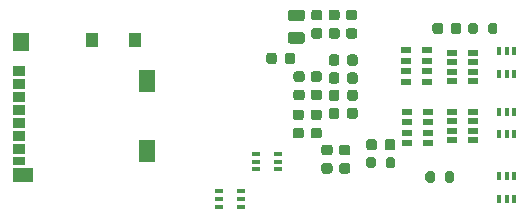
<source format=gbp>
G04 #@! TF.GenerationSoftware,KiCad,Pcbnew,(5.1.9)-1*
G04 #@! TF.CreationDate,2021-04-27T18:11:47+02:00*
G04 #@! TF.ProjectId,ADS1299Wing,41445331-3239-4395-9769-6e672e6b6963,rev?*
G04 #@! TF.SameCoordinates,Original*
G04 #@! TF.FileFunction,Paste,Bot*
G04 #@! TF.FilePolarity,Positive*
%FSLAX46Y46*%
G04 Gerber Fmt 4.6, Leading zero omitted, Abs format (unit mm)*
G04 Created by KiCad (PCBNEW (5.1.9)-1) date 2021-04-27 18:11:47*
%MOMM*%
%LPD*%
G01*
G04 APERTURE LIST*
%ADD10R,1.350000X1.550000*%
%ADD11R,1.000000X1.200000*%
%ADD12R,1.350000X1.900000*%
%ADD13R,1.800000X1.170000*%
%ADD14R,1.100000X0.750000*%
%ADD15R,1.100000X0.850000*%
%ADD16R,0.888000X0.509600*%
%ADD17R,0.400000X0.650000*%
%ADD18R,0.970000X0.530000*%
%ADD19R,0.650000X0.400000*%
G04 APERTURE END LIST*
D10*
X124835000Y-99464000D03*
D11*
X130860000Y-99289000D03*
X134560000Y-99289000D03*
D12*
X135535000Y-102789000D03*
X135535000Y-108759000D03*
D13*
X125060000Y-110784000D03*
D14*
X124710000Y-109574000D03*
D15*
X124710000Y-108524000D03*
X124710000Y-107424000D03*
X124710000Y-106324000D03*
X124710000Y-105224000D03*
X124710000Y-104124000D03*
X124710000Y-103024000D03*
X124710000Y-101924000D03*
G36*
G01*
X162159400Y-98098800D02*
X162159400Y-98598800D01*
G75*
G02*
X161934400Y-98823800I-225000J0D01*
G01*
X161484400Y-98823800D01*
G75*
G02*
X161259400Y-98598800I0J225000D01*
G01*
X161259400Y-98098800D01*
G75*
G02*
X161484400Y-97873800I225000J0D01*
G01*
X161934400Y-97873800D01*
G75*
G02*
X162159400Y-98098800I0J-225000D01*
G01*
G37*
G36*
G01*
X160609400Y-98098800D02*
X160609400Y-98598800D01*
G75*
G02*
X160384400Y-98823800I-225000J0D01*
G01*
X159934400Y-98823800D01*
G75*
G02*
X159709400Y-98598800I0J225000D01*
G01*
X159709400Y-98098800D01*
G75*
G02*
X159934400Y-97873800I225000J0D01*
G01*
X160384400Y-97873800D01*
G75*
G02*
X160609400Y-98098800I0J-225000D01*
G01*
G37*
G36*
G01*
X145637800Y-101138800D02*
X145637800Y-100638800D01*
G75*
G02*
X145862800Y-100413800I225000J0D01*
G01*
X146312800Y-100413800D01*
G75*
G02*
X146537800Y-100638800I0J-225000D01*
G01*
X146537800Y-101138800D01*
G75*
G02*
X146312800Y-101363800I-225000J0D01*
G01*
X145862800Y-101363800D01*
G75*
G02*
X145637800Y-101138800I0J225000D01*
G01*
G37*
G36*
G01*
X147187800Y-101138800D02*
X147187800Y-100638800D01*
G75*
G02*
X147412800Y-100413800I225000J0D01*
G01*
X147862800Y-100413800D01*
G75*
G02*
X148087800Y-100638800I0J-225000D01*
G01*
X148087800Y-101138800D01*
G75*
G02*
X147862800Y-101363800I-225000J0D01*
G01*
X147412800Y-101363800D01*
G75*
G02*
X147187800Y-101138800I0J225000D01*
G01*
G37*
G36*
G01*
X150524400Y-109748200D02*
X151024400Y-109748200D01*
G75*
G02*
X151249400Y-109973200I0J-225000D01*
G01*
X151249400Y-110423200D01*
G75*
G02*
X151024400Y-110648200I-225000J0D01*
G01*
X150524400Y-110648200D01*
G75*
G02*
X150299400Y-110423200I0J225000D01*
G01*
X150299400Y-109973200D01*
G75*
G02*
X150524400Y-109748200I225000J0D01*
G01*
G37*
G36*
G01*
X150524400Y-108198200D02*
X151024400Y-108198200D01*
G75*
G02*
X151249400Y-108423200I0J-225000D01*
G01*
X151249400Y-108873200D01*
G75*
G02*
X151024400Y-109098200I-225000J0D01*
G01*
X150524400Y-109098200D01*
G75*
G02*
X150299400Y-108873200I0J225000D01*
G01*
X150299400Y-108423200D01*
G75*
G02*
X150524400Y-108198200I225000J0D01*
G01*
G37*
G36*
G01*
X163557400Y-98073800D02*
X163557400Y-98623800D01*
G75*
G02*
X163357400Y-98823800I-200000J0D01*
G01*
X162957400Y-98823800D01*
G75*
G02*
X162757400Y-98623800I0J200000D01*
G01*
X162757400Y-98073800D01*
G75*
G02*
X162957400Y-97873800I200000J0D01*
G01*
X163357400Y-97873800D01*
G75*
G02*
X163557400Y-98073800I0J-200000D01*
G01*
G37*
G36*
G01*
X165207400Y-98073800D02*
X165207400Y-98623800D01*
G75*
G02*
X165007400Y-98823800I-200000J0D01*
G01*
X164607400Y-98823800D01*
G75*
G02*
X164407400Y-98623800I0J200000D01*
G01*
X164407400Y-98073800D01*
G75*
G02*
X164607400Y-97873800I200000J0D01*
G01*
X165007400Y-97873800D01*
G75*
G02*
X165207400Y-98073800I0J-200000D01*
G01*
G37*
G36*
G01*
X159912500Y-110659500D02*
X159912500Y-111209500D01*
G75*
G02*
X159712500Y-111409500I-200000J0D01*
G01*
X159312500Y-111409500D01*
G75*
G02*
X159112500Y-111209500I0J200000D01*
G01*
X159112500Y-110659500D01*
G75*
G02*
X159312500Y-110459500I200000J0D01*
G01*
X159712500Y-110459500D01*
G75*
G02*
X159912500Y-110659500I0J-200000D01*
G01*
G37*
G36*
G01*
X161562500Y-110659500D02*
X161562500Y-111209500D01*
G75*
G02*
X161362500Y-111409500I-200000J0D01*
G01*
X160962500Y-111409500D01*
G75*
G02*
X160762500Y-111209500I0J200000D01*
G01*
X160762500Y-110659500D01*
G75*
G02*
X160962500Y-110459500I200000J0D01*
G01*
X161362500Y-110459500D01*
G75*
G02*
X161562500Y-110659500I0J-200000D01*
G01*
G37*
G36*
G01*
X152607200Y-96768200D02*
X153107200Y-96768200D01*
G75*
G02*
X153332200Y-96993200I0J-225000D01*
G01*
X153332200Y-97443200D01*
G75*
G02*
X153107200Y-97668200I-225000J0D01*
G01*
X152607200Y-97668200D01*
G75*
G02*
X152382200Y-97443200I0J225000D01*
G01*
X152382200Y-96993200D01*
G75*
G02*
X152607200Y-96768200I225000J0D01*
G01*
G37*
G36*
G01*
X152607200Y-98318200D02*
X153107200Y-98318200D01*
G75*
G02*
X153332200Y-98543200I0J-225000D01*
G01*
X153332200Y-98993200D01*
G75*
G02*
X153107200Y-99218200I-225000J0D01*
G01*
X152607200Y-99218200D01*
G75*
G02*
X152382200Y-98993200I0J225000D01*
G01*
X152382200Y-98543200D01*
G75*
G02*
X152607200Y-98318200I225000J0D01*
G01*
G37*
G36*
G01*
X150122700Y-106113700D02*
X149622700Y-106113700D01*
G75*
G02*
X149397700Y-105888700I0J225000D01*
G01*
X149397700Y-105438700D01*
G75*
G02*
X149622700Y-105213700I225000J0D01*
G01*
X150122700Y-105213700D01*
G75*
G02*
X150347700Y-105438700I0J-225000D01*
G01*
X150347700Y-105888700D01*
G75*
G02*
X150122700Y-106113700I-225000J0D01*
G01*
G37*
G36*
G01*
X150122700Y-107663700D02*
X149622700Y-107663700D01*
G75*
G02*
X149397700Y-107438700I0J225000D01*
G01*
X149397700Y-106988700D01*
G75*
G02*
X149622700Y-106763700I225000J0D01*
G01*
X150122700Y-106763700D01*
G75*
G02*
X150347700Y-106988700I0J-225000D01*
G01*
X150347700Y-107438700D01*
G75*
G02*
X150122700Y-107663700I-225000J0D01*
G01*
G37*
D16*
X159340199Y-105410000D03*
X159340199Y-106299000D03*
X159340199Y-107188000D03*
X159340199Y-108077000D03*
X157524801Y-108077000D03*
X157524801Y-107188000D03*
X157524801Y-106299000D03*
X157524801Y-105410000D03*
D17*
X165339000Y-107312500D03*
X166639000Y-107312500D03*
X165989000Y-105412500D03*
X165989000Y-107312500D03*
X166639000Y-105412500D03*
X165339000Y-105412500D03*
D16*
X157461301Y-100203000D03*
X157461301Y-101092000D03*
X157461301Y-101981000D03*
X157461301Y-102870000D03*
X159276699Y-102870000D03*
X159276699Y-101981000D03*
X159276699Y-101092000D03*
X159276699Y-100203000D03*
G36*
G01*
X151134000Y-96768200D02*
X151634000Y-96768200D01*
G75*
G02*
X151859000Y-96993200I0J-225000D01*
G01*
X151859000Y-97443200D01*
G75*
G02*
X151634000Y-97668200I-225000J0D01*
G01*
X151134000Y-97668200D01*
G75*
G02*
X150909000Y-97443200I0J225000D01*
G01*
X150909000Y-96993200D01*
G75*
G02*
X151134000Y-96768200I225000J0D01*
G01*
G37*
G36*
G01*
X151134000Y-98318200D02*
X151634000Y-98318200D01*
G75*
G02*
X151859000Y-98543200I0J-225000D01*
G01*
X151859000Y-98993200D01*
G75*
G02*
X151634000Y-99218200I-225000J0D01*
G01*
X151134000Y-99218200D01*
G75*
G02*
X150909000Y-98993200I0J225000D01*
G01*
X150909000Y-98543200D01*
G75*
G02*
X151134000Y-98318200I225000J0D01*
G01*
G37*
G36*
G01*
X152023000Y-109748200D02*
X152523000Y-109748200D01*
G75*
G02*
X152748000Y-109973200I0J-225000D01*
G01*
X152748000Y-110423200D01*
G75*
G02*
X152523000Y-110648200I-225000J0D01*
G01*
X152023000Y-110648200D01*
G75*
G02*
X151798000Y-110423200I0J225000D01*
G01*
X151798000Y-109973200D01*
G75*
G02*
X152023000Y-109748200I225000J0D01*
G01*
G37*
G36*
G01*
X152023000Y-108198200D02*
X152523000Y-108198200D01*
G75*
G02*
X152748000Y-108423200I0J-225000D01*
G01*
X152748000Y-108873200D01*
G75*
G02*
X152523000Y-109098200I-225000J0D01*
G01*
X152023000Y-109098200D01*
G75*
G02*
X151798000Y-108873200I0J225000D01*
G01*
X151798000Y-108423200D01*
G75*
G02*
X152023000Y-108198200I225000J0D01*
G01*
G37*
G36*
G01*
X147708600Y-96746400D02*
X148658600Y-96746400D01*
G75*
G02*
X148908600Y-96996400I0J-250000D01*
G01*
X148908600Y-97496400D01*
G75*
G02*
X148658600Y-97746400I-250000J0D01*
G01*
X147708600Y-97746400D01*
G75*
G02*
X147458600Y-97496400I0J250000D01*
G01*
X147458600Y-96996400D01*
G75*
G02*
X147708600Y-96746400I250000J0D01*
G01*
G37*
G36*
G01*
X147708600Y-98646400D02*
X148658600Y-98646400D01*
G75*
G02*
X148908600Y-98896400I0J-250000D01*
G01*
X148908600Y-99396400D01*
G75*
G02*
X148658600Y-99646400I-250000J0D01*
G01*
X147708600Y-99646400D01*
G75*
G02*
X147458600Y-99396400I0J250000D01*
G01*
X147458600Y-98896400D01*
G75*
G02*
X147708600Y-98646400I250000J0D01*
G01*
G37*
G36*
G01*
X149660800Y-98318200D02*
X150160800Y-98318200D01*
G75*
G02*
X150385800Y-98543200I0J-225000D01*
G01*
X150385800Y-98993200D01*
G75*
G02*
X150160800Y-99218200I-225000J0D01*
G01*
X149660800Y-99218200D01*
G75*
G02*
X149435800Y-98993200I0J225000D01*
G01*
X149435800Y-98543200D01*
G75*
G02*
X149660800Y-98318200I225000J0D01*
G01*
G37*
G36*
G01*
X149660800Y-96768200D02*
X150160800Y-96768200D01*
G75*
G02*
X150385800Y-96993200I0J-225000D01*
G01*
X150385800Y-97443200D01*
G75*
G02*
X150160800Y-97668200I-225000J0D01*
G01*
X149660800Y-97668200D01*
G75*
G02*
X149435800Y-97443200I0J225000D01*
G01*
X149435800Y-96993200D01*
G75*
G02*
X149660800Y-96768200I225000J0D01*
G01*
G37*
G36*
G01*
X148162200Y-101975200D02*
X148662200Y-101975200D01*
G75*
G02*
X148887200Y-102200200I0J-225000D01*
G01*
X148887200Y-102650200D01*
G75*
G02*
X148662200Y-102875200I-225000J0D01*
G01*
X148162200Y-102875200D01*
G75*
G02*
X147937200Y-102650200I0J225000D01*
G01*
X147937200Y-102200200D01*
G75*
G02*
X148162200Y-101975200I225000J0D01*
G01*
G37*
G36*
G01*
X148162200Y-103525200D02*
X148662200Y-103525200D01*
G75*
G02*
X148887200Y-103750200I0J-225000D01*
G01*
X148887200Y-104200200D01*
G75*
G02*
X148662200Y-104425200I-225000J0D01*
G01*
X148162200Y-104425200D01*
G75*
G02*
X147937200Y-104200200I0J225000D01*
G01*
X147937200Y-103750200D01*
G75*
G02*
X148162200Y-103525200I225000J0D01*
G01*
G37*
G36*
G01*
X149622700Y-103525200D02*
X150122700Y-103525200D01*
G75*
G02*
X150347700Y-103750200I0J-225000D01*
G01*
X150347700Y-104200200D01*
G75*
G02*
X150122700Y-104425200I-225000J0D01*
G01*
X149622700Y-104425200D01*
G75*
G02*
X149397700Y-104200200I0J225000D01*
G01*
X149397700Y-103750200D01*
G75*
G02*
X149622700Y-103525200I225000J0D01*
G01*
G37*
G36*
G01*
X149622700Y-101975200D02*
X150122700Y-101975200D01*
G75*
G02*
X150347700Y-102200200I0J-225000D01*
G01*
X150347700Y-102650200D01*
G75*
G02*
X150122700Y-102875200I-225000J0D01*
G01*
X149622700Y-102875200D01*
G75*
G02*
X149397700Y-102650200I0J225000D01*
G01*
X149397700Y-102200200D01*
G75*
G02*
X149622700Y-101975200I225000J0D01*
G01*
G37*
G36*
G01*
X151833700Y-103763000D02*
X151833700Y-104263000D01*
G75*
G02*
X151608700Y-104488000I-225000J0D01*
G01*
X151158700Y-104488000D01*
G75*
G02*
X150933700Y-104263000I0J225000D01*
G01*
X150933700Y-103763000D01*
G75*
G02*
X151158700Y-103538000I225000J0D01*
G01*
X151608700Y-103538000D01*
G75*
G02*
X151833700Y-103763000I0J-225000D01*
G01*
G37*
G36*
G01*
X153383700Y-103763000D02*
X153383700Y-104263000D01*
G75*
G02*
X153158700Y-104488000I-225000J0D01*
G01*
X152708700Y-104488000D01*
G75*
G02*
X152483700Y-104263000I0J225000D01*
G01*
X152483700Y-103763000D01*
G75*
G02*
X152708700Y-103538000I225000J0D01*
G01*
X153158700Y-103538000D01*
G75*
G02*
X153383700Y-103763000I0J-225000D01*
G01*
G37*
G36*
G01*
X153371000Y-105287000D02*
X153371000Y-105787000D01*
G75*
G02*
X153146000Y-106012000I-225000J0D01*
G01*
X152696000Y-106012000D01*
G75*
G02*
X152471000Y-105787000I0J225000D01*
G01*
X152471000Y-105287000D01*
G75*
G02*
X152696000Y-105062000I225000J0D01*
G01*
X153146000Y-105062000D01*
G75*
G02*
X153371000Y-105287000I0J-225000D01*
G01*
G37*
G36*
G01*
X151821000Y-105287000D02*
X151821000Y-105787000D01*
G75*
G02*
X151596000Y-106012000I-225000J0D01*
G01*
X151146000Y-106012000D01*
G75*
G02*
X150921000Y-105787000I0J225000D01*
G01*
X150921000Y-105287000D01*
G75*
G02*
X151146000Y-105062000I225000J0D01*
G01*
X151596000Y-105062000D01*
G75*
G02*
X151821000Y-105287000I0J-225000D01*
G01*
G37*
G36*
G01*
X153383700Y-102302500D02*
X153383700Y-102802500D01*
G75*
G02*
X153158700Y-103027500I-225000J0D01*
G01*
X152708700Y-103027500D01*
G75*
G02*
X152483700Y-102802500I0J225000D01*
G01*
X152483700Y-102302500D01*
G75*
G02*
X152708700Y-102077500I225000J0D01*
G01*
X153158700Y-102077500D01*
G75*
G02*
X153383700Y-102302500I0J-225000D01*
G01*
G37*
G36*
G01*
X151833700Y-102302500D02*
X151833700Y-102802500D01*
G75*
G02*
X151608700Y-103027500I-225000J0D01*
G01*
X151158700Y-103027500D01*
G75*
G02*
X150933700Y-102802500I0J225000D01*
G01*
X150933700Y-102302500D01*
G75*
G02*
X151158700Y-102077500I225000J0D01*
G01*
X151608700Y-102077500D01*
G75*
G02*
X151833700Y-102302500I0J-225000D01*
G01*
G37*
G36*
G01*
X151833700Y-100778500D02*
X151833700Y-101278500D01*
G75*
G02*
X151608700Y-101503500I-225000J0D01*
G01*
X151158700Y-101503500D01*
G75*
G02*
X150933700Y-101278500I0J225000D01*
G01*
X150933700Y-100778500D01*
G75*
G02*
X151158700Y-100553500I225000J0D01*
G01*
X151608700Y-100553500D01*
G75*
G02*
X151833700Y-100778500I0J-225000D01*
G01*
G37*
G36*
G01*
X153383700Y-100778500D02*
X153383700Y-101278500D01*
G75*
G02*
X153158700Y-101503500I-225000J0D01*
G01*
X152708700Y-101503500D01*
G75*
G02*
X152483700Y-101278500I0J225000D01*
G01*
X152483700Y-100778500D01*
G75*
G02*
X152708700Y-100553500I225000J0D01*
G01*
X153158700Y-100553500D01*
G75*
G02*
X153383700Y-100778500I0J-225000D01*
G01*
G37*
G36*
G01*
X148598700Y-107663700D02*
X148098700Y-107663700D01*
G75*
G02*
X147873700Y-107438700I0J225000D01*
G01*
X147873700Y-106988700D01*
G75*
G02*
X148098700Y-106763700I225000J0D01*
G01*
X148598700Y-106763700D01*
G75*
G02*
X148823700Y-106988700I0J-225000D01*
G01*
X148823700Y-107438700D01*
G75*
G02*
X148598700Y-107663700I-225000J0D01*
G01*
G37*
G36*
G01*
X148598700Y-106113700D02*
X148098700Y-106113700D01*
G75*
G02*
X147873700Y-105888700I0J225000D01*
G01*
X147873700Y-105438700D01*
G75*
G02*
X148098700Y-105213700I225000J0D01*
G01*
X148598700Y-105213700D01*
G75*
G02*
X148823700Y-105438700I0J-225000D01*
G01*
X148823700Y-105888700D01*
G75*
G02*
X148598700Y-106113700I-225000J0D01*
G01*
G37*
G36*
G01*
X155008700Y-107941300D02*
X155008700Y-108441300D01*
G75*
G02*
X154783700Y-108666300I-225000J0D01*
G01*
X154333700Y-108666300D01*
G75*
G02*
X154108700Y-108441300I0J225000D01*
G01*
X154108700Y-107941300D01*
G75*
G02*
X154333700Y-107716300I225000J0D01*
G01*
X154783700Y-107716300D01*
G75*
G02*
X155008700Y-107941300I0J-225000D01*
G01*
G37*
G36*
G01*
X156558700Y-107941300D02*
X156558700Y-108441300D01*
G75*
G02*
X156333700Y-108666300I-225000J0D01*
G01*
X155883700Y-108666300D01*
G75*
G02*
X155658700Y-108441300I0J225000D01*
G01*
X155658700Y-107941300D01*
G75*
G02*
X155883700Y-107716300I225000J0D01*
G01*
X156333700Y-107716300D01*
G75*
G02*
X156558700Y-107941300I0J-225000D01*
G01*
G37*
D18*
X161367500Y-100400000D03*
X161367500Y-101200000D03*
X161367500Y-102000000D03*
X161367500Y-102800000D03*
X163117500Y-102800000D03*
X163117500Y-102000000D03*
X163117500Y-101200000D03*
X163117500Y-100400000D03*
X163117500Y-105416500D03*
X163117500Y-106216500D03*
X163117500Y-107016500D03*
X163117500Y-107816500D03*
X161367500Y-107816500D03*
X161367500Y-107016500D03*
X161367500Y-106216500D03*
X161367500Y-105416500D03*
G36*
G01*
X155758700Y-109990300D02*
X155758700Y-109440300D01*
G75*
G02*
X155958700Y-109240300I200000J0D01*
G01*
X156358700Y-109240300D01*
G75*
G02*
X156558700Y-109440300I0J-200000D01*
G01*
X156558700Y-109990300D01*
G75*
G02*
X156358700Y-110190300I-200000J0D01*
G01*
X155958700Y-110190300D01*
G75*
G02*
X155758700Y-109990300I0J200000D01*
G01*
G37*
G36*
G01*
X154108700Y-109990300D02*
X154108700Y-109440300D01*
G75*
G02*
X154308700Y-109240300I200000J0D01*
G01*
X154708700Y-109240300D01*
G75*
G02*
X154908700Y-109440300I0J-200000D01*
G01*
X154908700Y-109990300D01*
G75*
G02*
X154708700Y-110190300I-200000J0D01*
G01*
X154308700Y-110190300D01*
G75*
G02*
X154108700Y-109990300I0J200000D01*
G01*
G37*
D19*
X141594800Y-113426000D03*
X141594800Y-112126000D03*
X143494800Y-112776000D03*
X141594800Y-112776000D03*
X143494800Y-112126000D03*
X143494800Y-113426000D03*
X146644400Y-110276400D03*
X146644400Y-108976400D03*
X144744400Y-109626400D03*
X146644400Y-109626400D03*
X144744400Y-108976400D03*
X144744400Y-110276400D03*
D17*
X165339000Y-102169000D03*
X166639000Y-102169000D03*
X165989000Y-100269000D03*
X165989000Y-102169000D03*
X166639000Y-100269000D03*
X165339000Y-100269000D03*
X165339000Y-110873500D03*
X166639000Y-110873500D03*
X165989000Y-112773500D03*
X165989000Y-110873500D03*
X166639000Y-112773500D03*
X165339000Y-112773500D03*
M02*

</source>
